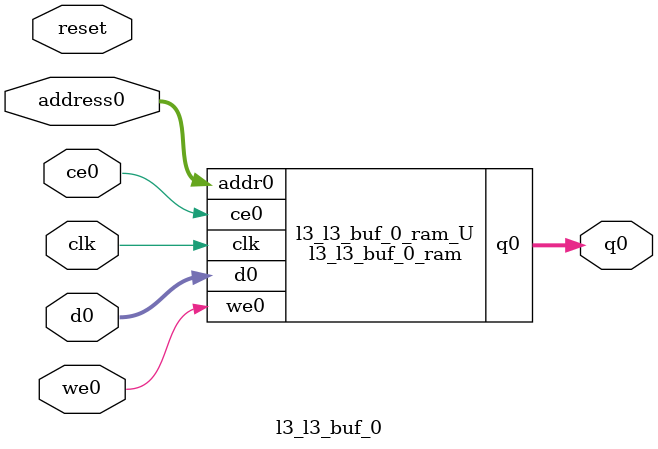
<source format=v>
`timescale 1 ns / 1 ps
module l3_l3_buf_0_ram (addr0, ce0, d0, we0, q0,  clk);

parameter DWIDTH = 32;
parameter AWIDTH = 8;
parameter MEM_SIZE = 250;

input[AWIDTH-1:0] addr0;
input ce0;
input[DWIDTH-1:0] d0;
input we0;
output reg[DWIDTH-1:0] q0;
input clk;

(* ram_style = "block" *)reg [DWIDTH-1:0] ram[0:MEM_SIZE-1];




always @(posedge clk)  
begin 
    if (ce0) begin
        if (we0) 
            ram[addr0] <= d0; 
        q0 <= ram[addr0];
    end
end


endmodule

`timescale 1 ns / 1 ps
module l3_l3_buf_0(
    reset,
    clk,
    address0,
    ce0,
    we0,
    d0,
    q0);

parameter DataWidth = 32'd32;
parameter AddressRange = 32'd250;
parameter AddressWidth = 32'd8;
input reset;
input clk;
input[AddressWidth - 1:0] address0;
input ce0;
input we0;
input[DataWidth - 1:0] d0;
output[DataWidth - 1:0] q0;



l3_l3_buf_0_ram l3_l3_buf_0_ram_U(
    .clk( clk ),
    .addr0( address0 ),
    .ce0( ce0 ),
    .we0( we0 ),
    .d0( d0 ),
    .q0( q0 ));

endmodule


</source>
